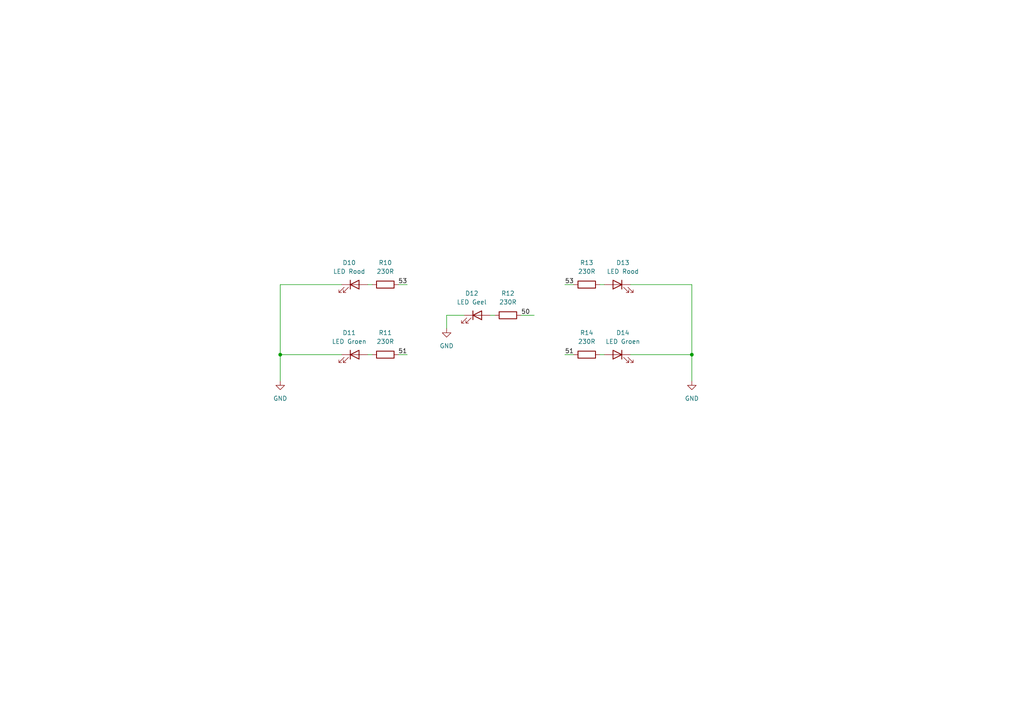
<source format=kicad_sch>
(kicad_sch (version 20230121) (generator eeschema)
  (paper "A4")
  (lib_symbols
    (symbol "Device:LED" (pin_numbers hide) (pin_names (offset 1.016) hide)
      (property "Reference" "D" (at 0 2.54 0))
      (property "Value" "LED" (at 0 -2.54 0))
      (symbol "LED_0_1"
        (polyline (pts (xy -1.27 -1.27) (xy -1.27 1.27)) (stroke (width 0.254)))
        (polyline (pts (xy -1.27 0) (xy 1.27 0)))
        (polyline (pts (xy 1.27 -1.27) (xy 1.27 1.27) (xy -1.27 0) (xy 1.27 -1.27)) (stroke (width 0.254)))
        (polyline (pts (xy -3.048 -0.762) (xy -4.572 -2.286) (xy -3.81 -2.286) (xy -4.572 -2.286) (xy -4.572 -1.524)))
        (polyline (pts (xy -1.778 -0.762) (xy -3.302 -2.286) (xy -2.54 -2.286) (xy -3.302 -2.286) (xy -3.302 -1.524)))
      )
      (symbol "LED_1_1"
        (pin passive line (at -3.81 0 0) (length 2.54) (name "K") (number "1"))
        (pin passive line (at 3.81 0 180) (length 2.54) (name "A") (number "2"))
      )
    )
    (symbol "Device:R" (pin_numbers hide) (pin_names (offset 0))
      (property "Reference" "R" (at 2.032 0 90))
      (property "Value" "R" (at 0 0 90))
      (symbol "R_0_1"
        (rectangle (start -1.016 -2.54) (end 1.016 2.54) (stroke (width 0.254)))
      )
      (symbol "R_1_1"
        (pin passive line (at 0 3.81 270) (length 1.27) (name "~") (number "1"))
        (pin passive line (at 0 -3.81 90) (length 1.27) (name "~") (number "2"))
      )
    )
    (symbol "power:GND" (power) (pin_names (offset 0))
      (property "Value" "GND" (at 0 -3.81 0))
      (symbol "GND_0_1"
        (polyline (pts (xy 0 0) (xy 0 -1.27) (xy 1.27 -1.27) (xy 0 -2.54) (xy -1.27 -1.27) (xy 0 -1.27)))
      )
      (symbol "GND_1_1"
        (pin power_in line (at 0 0 270) (length 0) hide (name "GND") (number "1"))
      )
    )
  )
  (junction (at 81.28 102.87))
  (junction (at 200.66 102.87))
  (wire (pts (xy 99.06 82.55) (xy 81.28 82.55)))
  (wire (pts (xy 163.83 102.87) (xy 166.37 102.87)))
  (wire (pts (xy 175.26 102.87) (xy 173.99 102.87)))
  (wire (pts (xy 154.94 91.44) (xy 151.13 91.44)))
  (wire (pts (xy 163.83 82.55) (xy 166.37 82.55)))
  (wire (pts (xy 182.88 82.55) (xy 200.66 82.55)))
  (wire (pts (xy 200.66 82.55) (xy 200.66 102.87)))
  (wire (pts (xy 200.66 102.87) (xy 200.66 110.49)))
  (wire (pts (xy 81.28 82.55) (xy 81.28 102.87)))
  (wire (pts (xy 81.28 102.87) (xy 81.28 110.49)))
  (wire (pts (xy 106.68 102.87) (xy 107.95 102.87)))
  (wire (pts (xy 182.88 102.87) (xy 200.66 102.87)))
  (wire (pts (xy 106.68 82.55) (xy 107.95 82.55)))
  (wire (pts (xy 142.24 91.44) (xy 143.51 91.44)))
  (wire (pts (xy 129.54 91.44) (xy 129.54 95.25)))
  (wire (pts (xy 99.06 102.87) (xy 81.28 102.87)))
  (wire (pts (xy 175.26 82.55) (xy 173.99 82.55)))
  (wire (pts (xy 118.11 102.87) (xy 115.57 102.87)))
  (wire (pts (xy 134.62 91.44) (xy 129.54 91.44)))
  (wire (pts (xy 118.11 82.55) (xy 115.57 82.55)))
  (label "50" (at 151.13 91.44 0))
  (label "53" (at 163.83 82.55 0))
  (label "51" (at 163.83 102.87 0))
  (label "53" (at 118.11 82.55 180))
  (label "51" (at 118.11 102.87 180))
  (symbol (lib_id "Device:LED") (at 179.07 82.55 0) (mirror y) (unit 1)
    (property "Reference" "D13" (at 180.6575 76.2 0))
    (property "Value" "LED Rood" (at 180.6575 78.74 0))
    (instances (project "Brug sketches" (path "" (reference "D13") (unit 1)) (path "" (reference "D4") (unit 1))))
  )
  (symbol (lib_id "Device:R") (at 170.18 82.55 270) (mirror x) (unit 1)
    (property "Reference" "R13" (at 170.18 76.2 90))
    (property "Value" "230R" (at 170.18 78.74 90))
    (instances (project "Brug sketches" (path "" (reference "R13") (unit 1)) (path "" (reference "R4") (unit 1))))
  )
  (symbol (lib_id "Device:R") (at 111.76 102.87 90) (unit 1)
    (property "Reference" "R11" (at 111.76 96.52 90))
    (property "Value" "230R" (at 111.76 99.06 90))
    (instances (project "Brug sketches" (path "" (reference "R11") (unit 1)) (path "" (reference "R2") (unit 1))))
  )
  (symbol (lib_id "Device:LED") (at 102.87 102.87 0) (unit 1)
    (property "Reference" "D11" (at 101.2825 96.52 0))
    (property "Value" "LED Groen" (at 101.2825 99.06 0))
    (instances (project "Brug sketches" (path "" (reference "D11") (unit 1)) (path "" (reference "D2") (unit 1))))
  )
  (symbol (lib_id "Device:R") (at 170.18 102.87 270) (mirror x) (unit 1)
    (property "Reference" "R14" (at 170.18 96.52 90))
    (property "Value" "230R" (at 170.18 99.06 90))
    (instances (project "Brug sketches" (path "" (reference "R14") (unit 1)) (path "" (reference "R5") (unit 1))))
  )
  (symbol (lib_id "Device:LED") (at 179.07 102.87 0) (mirror y) (unit 1)
    (property "Reference" "D14" (at 180.6575 96.52 0))
    (property "Value" "LED Groen" (at 180.6575 99.06 0))
    (instances (project "Brug sketches" (path "" (reference "D14") (unit 1)) (path "" (reference "D5") (unit 1))))
  )
  (symbol (lib_id "Device:LED") (at 138.43 91.44 0) (unit 1)
    (property "Reference" "D12" (at 136.8425 85.09 0))
    (property "Value" "LED Geel" (at 136.8425 87.63 0))
    (instances (project "Brug sketches" (path "" (reference "D12") (unit 1)) (path "" (reference "D3") (unit 1))))
  )
  (symbol (lib_id "Device:R") (at 147.32 91.44 90) (unit 1)
    (property "Reference" "R12" (at 147.32 85.09 90))
    (property "Value" "230R" (at 147.32 87.63 90))
    (instances (project "Brug sketches" (path "" (reference "R12") (unit 1)) (path "" (reference "R3") (unit 1))))
  )
  (symbol (lib_id "power:GND") (at 200.66 110.49 0) (mirror y) (unit 1)
    (property "Reference" "#PWR022" (effects hide))
    (property "Value" "GND" (at 200.66 115.57 0))
    (instances (project "Brug sketches" (path "" (reference "#PWR022") (unit 1)) (path "" (reference "#PWR08") (unit 1))))
  )
  (symbol (lib_id "Device:R") (at 111.76 82.55 90) (unit 1)
    (property "Reference" "R10" (at 111.76 76.2 90))
    (property "Value" "230R" (at 111.76 78.74 90))
    (instances (project "Brug sketches" (path "" (reference "R10") (unit 1)) (path "" (reference "R1") (unit 1))))
  )
  (symbol (lib_id "Device:LED") (at 102.87 82.55 0) (unit 1)
    (property "Reference" "D10" (at 101.2825 76.2 0))
    (property "Value" "LED Rood" (at 101.2825 78.74 0))
    (instances (project "Brug sketches" (path "" (reference "D10") (unit 1)) (path "" (reference "D1") (unit 1))))
  )
  (symbol (lib_id "power:GND") (at 129.54 95.25 0) (unit 1)
    (property "Reference" "#PWR018" (effects hide))
    (property "Value" "GND" (at 129.54 100.33 0))
    (instances (project "Brug sketches" (path "" (reference "#PWR018") (unit 1)) (path "" (reference "#PWR02") (unit 1))))
  )
  (symbol (lib_id "power:GND") (at 81.28 110.49 0) (unit 1)
    (property "Reference" "#PWR015" (effects hide))
    (property "Value" "GND" (at 81.28 115.57 0))
    (instances (project "Brug sketches" (path "" (reference "#PWR015") (unit 1)) (path "" (reference "#PWR01") (unit 1))))
  )
)
</source>
